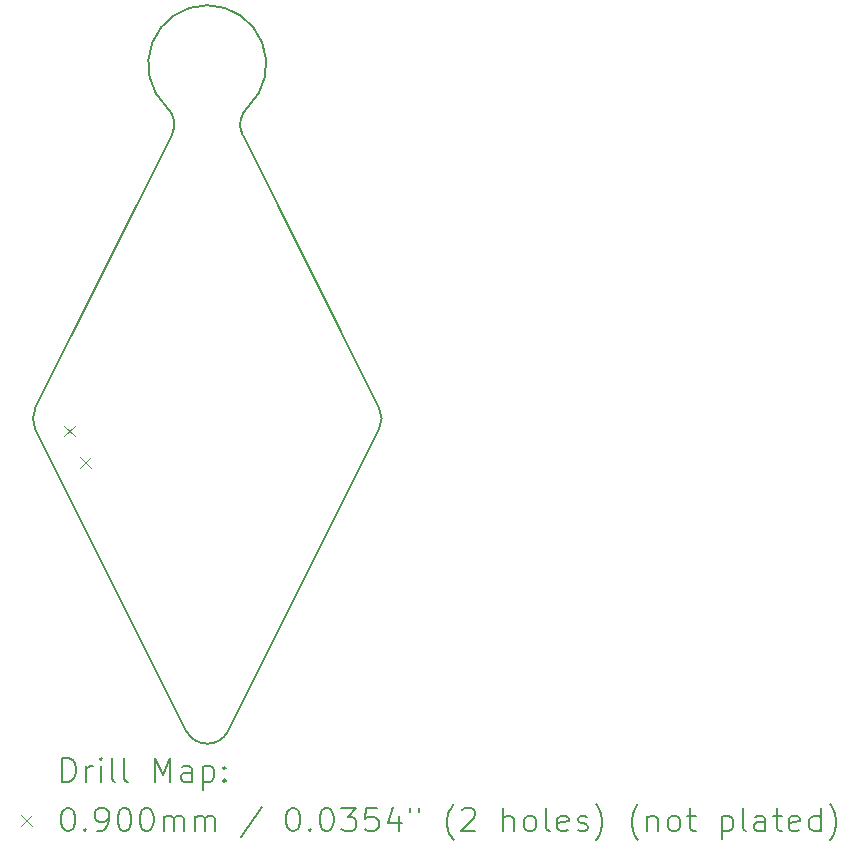
<source format=gbr>
%TF.GenerationSoftware,KiCad,Pcbnew,8.0.3*%
%TF.CreationDate,2024-06-16T19:36:36+02:00*%
%TF.ProjectId,jewelled_lc1,6a657765-6c6c-4656-945f-6c63312e6b69,rev?*%
%TF.SameCoordinates,Original*%
%TF.FileFunction,Drillmap*%
%TF.FilePolarity,Positive*%
%FSLAX45Y45*%
G04 Gerber Fmt 4.5, Leading zero omitted, Abs format (unit mm)*
G04 Created by KiCad (PCBNEW 8.0.3) date 2024-06-16 19:36:36*
%MOMM*%
%LPD*%
G01*
G04 APERTURE LIST*
%ADD10C,0.200000*%
%ADD11C,0.100000*%
G04 APERTURE END LIST*
D10*
X14878885Y-13092229D02*
G75*
G02*
X14521334Y-13092666I-178886J89439D01*
G01*
X16155279Y-10360557D02*
G75*
G02*
X16155279Y-10539443I-178889J-89443D01*
G01*
X13244721Y-10539442D02*
G75*
G02*
X13244721Y-10360557I178889J89442D01*
G01*
X14878885Y-13092229D02*
X16155278Y-10539443D01*
X14357939Y-7814684D02*
G75*
G02*
X14400002Y-8050001I-136829J-145876D01*
G01*
X13244721Y-10539442D02*
X14521333Y-13092667D01*
X14400000Y-8050000D02*
X13244721Y-10360557D01*
X15000000Y-8049999D02*
G75*
G02*
X15042064Y-7814687I178880J89440D01*
G01*
X16155279Y-10360557D02*
X15000000Y-8049999D01*
X14357939Y-7814684D02*
G75*
G02*
X15042061Y-7814684I342061J364684D01*
G01*
D11*
X13487836Y-10510877D02*
X13577836Y-10600877D01*
X13577836Y-10510877D02*
X13487836Y-10600877D01*
X13622164Y-10779123D02*
X13712164Y-10869123D01*
X13712164Y-10779123D02*
X13622164Y-10869123D01*
D10*
X13474384Y-13524272D02*
X13474384Y-13324272D01*
X13474384Y-13324272D02*
X13522003Y-13324272D01*
X13522003Y-13324272D02*
X13550575Y-13333796D01*
X13550575Y-13333796D02*
X13569622Y-13352843D01*
X13569622Y-13352843D02*
X13579146Y-13371891D01*
X13579146Y-13371891D02*
X13588670Y-13409986D01*
X13588670Y-13409986D02*
X13588670Y-13438558D01*
X13588670Y-13438558D02*
X13579146Y-13476653D01*
X13579146Y-13476653D02*
X13569622Y-13495701D01*
X13569622Y-13495701D02*
X13550575Y-13514748D01*
X13550575Y-13514748D02*
X13522003Y-13524272D01*
X13522003Y-13524272D02*
X13474384Y-13524272D01*
X13674384Y-13524272D02*
X13674384Y-13390939D01*
X13674384Y-13429034D02*
X13683908Y-13409986D01*
X13683908Y-13409986D02*
X13693432Y-13400462D01*
X13693432Y-13400462D02*
X13712479Y-13390939D01*
X13712479Y-13390939D02*
X13731527Y-13390939D01*
X13798194Y-13524272D02*
X13798194Y-13390939D01*
X13798194Y-13324272D02*
X13788670Y-13333796D01*
X13788670Y-13333796D02*
X13798194Y-13343320D01*
X13798194Y-13343320D02*
X13807717Y-13333796D01*
X13807717Y-13333796D02*
X13798194Y-13324272D01*
X13798194Y-13324272D02*
X13798194Y-13343320D01*
X13922003Y-13524272D02*
X13902955Y-13514748D01*
X13902955Y-13514748D02*
X13893432Y-13495701D01*
X13893432Y-13495701D02*
X13893432Y-13324272D01*
X14026765Y-13524272D02*
X14007717Y-13514748D01*
X14007717Y-13514748D02*
X13998194Y-13495701D01*
X13998194Y-13495701D02*
X13998194Y-13324272D01*
X14255336Y-13524272D02*
X14255336Y-13324272D01*
X14255336Y-13324272D02*
X14322003Y-13467129D01*
X14322003Y-13467129D02*
X14388670Y-13324272D01*
X14388670Y-13324272D02*
X14388670Y-13524272D01*
X14569622Y-13524272D02*
X14569622Y-13419510D01*
X14569622Y-13419510D02*
X14560098Y-13400462D01*
X14560098Y-13400462D02*
X14541051Y-13390939D01*
X14541051Y-13390939D02*
X14502955Y-13390939D01*
X14502955Y-13390939D02*
X14483908Y-13400462D01*
X14569622Y-13514748D02*
X14550575Y-13524272D01*
X14550575Y-13524272D02*
X14502955Y-13524272D01*
X14502955Y-13524272D02*
X14483908Y-13514748D01*
X14483908Y-13514748D02*
X14474384Y-13495701D01*
X14474384Y-13495701D02*
X14474384Y-13476653D01*
X14474384Y-13476653D02*
X14483908Y-13457605D01*
X14483908Y-13457605D02*
X14502955Y-13448082D01*
X14502955Y-13448082D02*
X14550575Y-13448082D01*
X14550575Y-13448082D02*
X14569622Y-13438558D01*
X14664860Y-13390939D02*
X14664860Y-13590939D01*
X14664860Y-13400462D02*
X14683908Y-13390939D01*
X14683908Y-13390939D02*
X14722003Y-13390939D01*
X14722003Y-13390939D02*
X14741051Y-13400462D01*
X14741051Y-13400462D02*
X14750575Y-13409986D01*
X14750575Y-13409986D02*
X14760098Y-13429034D01*
X14760098Y-13429034D02*
X14760098Y-13486177D01*
X14760098Y-13486177D02*
X14750575Y-13505224D01*
X14750575Y-13505224D02*
X14741051Y-13514748D01*
X14741051Y-13514748D02*
X14722003Y-13524272D01*
X14722003Y-13524272D02*
X14683908Y-13524272D01*
X14683908Y-13524272D02*
X14664860Y-13514748D01*
X14845813Y-13505224D02*
X14855336Y-13514748D01*
X14855336Y-13514748D02*
X14845813Y-13524272D01*
X14845813Y-13524272D02*
X14836289Y-13514748D01*
X14836289Y-13514748D02*
X14845813Y-13505224D01*
X14845813Y-13505224D02*
X14845813Y-13524272D01*
X14845813Y-13400462D02*
X14855336Y-13409986D01*
X14855336Y-13409986D02*
X14845813Y-13419510D01*
X14845813Y-13419510D02*
X14836289Y-13409986D01*
X14836289Y-13409986D02*
X14845813Y-13400462D01*
X14845813Y-13400462D02*
X14845813Y-13419510D01*
D11*
X13123607Y-13807788D02*
X13213607Y-13897788D01*
X13213607Y-13807788D02*
X13123607Y-13897788D01*
D10*
X13512479Y-13744272D02*
X13531527Y-13744272D01*
X13531527Y-13744272D02*
X13550575Y-13753796D01*
X13550575Y-13753796D02*
X13560098Y-13763320D01*
X13560098Y-13763320D02*
X13569622Y-13782367D01*
X13569622Y-13782367D02*
X13579146Y-13820462D01*
X13579146Y-13820462D02*
X13579146Y-13868082D01*
X13579146Y-13868082D02*
X13569622Y-13906177D01*
X13569622Y-13906177D02*
X13560098Y-13925224D01*
X13560098Y-13925224D02*
X13550575Y-13934748D01*
X13550575Y-13934748D02*
X13531527Y-13944272D01*
X13531527Y-13944272D02*
X13512479Y-13944272D01*
X13512479Y-13944272D02*
X13493432Y-13934748D01*
X13493432Y-13934748D02*
X13483908Y-13925224D01*
X13483908Y-13925224D02*
X13474384Y-13906177D01*
X13474384Y-13906177D02*
X13464860Y-13868082D01*
X13464860Y-13868082D02*
X13464860Y-13820462D01*
X13464860Y-13820462D02*
X13474384Y-13782367D01*
X13474384Y-13782367D02*
X13483908Y-13763320D01*
X13483908Y-13763320D02*
X13493432Y-13753796D01*
X13493432Y-13753796D02*
X13512479Y-13744272D01*
X13664860Y-13925224D02*
X13674384Y-13934748D01*
X13674384Y-13934748D02*
X13664860Y-13944272D01*
X13664860Y-13944272D02*
X13655336Y-13934748D01*
X13655336Y-13934748D02*
X13664860Y-13925224D01*
X13664860Y-13925224D02*
X13664860Y-13944272D01*
X13769622Y-13944272D02*
X13807717Y-13944272D01*
X13807717Y-13944272D02*
X13826765Y-13934748D01*
X13826765Y-13934748D02*
X13836289Y-13925224D01*
X13836289Y-13925224D02*
X13855336Y-13896653D01*
X13855336Y-13896653D02*
X13864860Y-13858558D01*
X13864860Y-13858558D02*
X13864860Y-13782367D01*
X13864860Y-13782367D02*
X13855336Y-13763320D01*
X13855336Y-13763320D02*
X13845813Y-13753796D01*
X13845813Y-13753796D02*
X13826765Y-13744272D01*
X13826765Y-13744272D02*
X13788670Y-13744272D01*
X13788670Y-13744272D02*
X13769622Y-13753796D01*
X13769622Y-13753796D02*
X13760098Y-13763320D01*
X13760098Y-13763320D02*
X13750575Y-13782367D01*
X13750575Y-13782367D02*
X13750575Y-13829986D01*
X13750575Y-13829986D02*
X13760098Y-13849034D01*
X13760098Y-13849034D02*
X13769622Y-13858558D01*
X13769622Y-13858558D02*
X13788670Y-13868082D01*
X13788670Y-13868082D02*
X13826765Y-13868082D01*
X13826765Y-13868082D02*
X13845813Y-13858558D01*
X13845813Y-13858558D02*
X13855336Y-13849034D01*
X13855336Y-13849034D02*
X13864860Y-13829986D01*
X13988670Y-13744272D02*
X14007717Y-13744272D01*
X14007717Y-13744272D02*
X14026765Y-13753796D01*
X14026765Y-13753796D02*
X14036289Y-13763320D01*
X14036289Y-13763320D02*
X14045813Y-13782367D01*
X14045813Y-13782367D02*
X14055336Y-13820462D01*
X14055336Y-13820462D02*
X14055336Y-13868082D01*
X14055336Y-13868082D02*
X14045813Y-13906177D01*
X14045813Y-13906177D02*
X14036289Y-13925224D01*
X14036289Y-13925224D02*
X14026765Y-13934748D01*
X14026765Y-13934748D02*
X14007717Y-13944272D01*
X14007717Y-13944272D02*
X13988670Y-13944272D01*
X13988670Y-13944272D02*
X13969622Y-13934748D01*
X13969622Y-13934748D02*
X13960098Y-13925224D01*
X13960098Y-13925224D02*
X13950575Y-13906177D01*
X13950575Y-13906177D02*
X13941051Y-13868082D01*
X13941051Y-13868082D02*
X13941051Y-13820462D01*
X13941051Y-13820462D02*
X13950575Y-13782367D01*
X13950575Y-13782367D02*
X13960098Y-13763320D01*
X13960098Y-13763320D02*
X13969622Y-13753796D01*
X13969622Y-13753796D02*
X13988670Y-13744272D01*
X14179146Y-13744272D02*
X14198194Y-13744272D01*
X14198194Y-13744272D02*
X14217241Y-13753796D01*
X14217241Y-13753796D02*
X14226765Y-13763320D01*
X14226765Y-13763320D02*
X14236289Y-13782367D01*
X14236289Y-13782367D02*
X14245813Y-13820462D01*
X14245813Y-13820462D02*
X14245813Y-13868082D01*
X14245813Y-13868082D02*
X14236289Y-13906177D01*
X14236289Y-13906177D02*
X14226765Y-13925224D01*
X14226765Y-13925224D02*
X14217241Y-13934748D01*
X14217241Y-13934748D02*
X14198194Y-13944272D01*
X14198194Y-13944272D02*
X14179146Y-13944272D01*
X14179146Y-13944272D02*
X14160098Y-13934748D01*
X14160098Y-13934748D02*
X14150575Y-13925224D01*
X14150575Y-13925224D02*
X14141051Y-13906177D01*
X14141051Y-13906177D02*
X14131527Y-13868082D01*
X14131527Y-13868082D02*
X14131527Y-13820462D01*
X14131527Y-13820462D02*
X14141051Y-13782367D01*
X14141051Y-13782367D02*
X14150575Y-13763320D01*
X14150575Y-13763320D02*
X14160098Y-13753796D01*
X14160098Y-13753796D02*
X14179146Y-13744272D01*
X14331527Y-13944272D02*
X14331527Y-13810939D01*
X14331527Y-13829986D02*
X14341051Y-13820462D01*
X14341051Y-13820462D02*
X14360098Y-13810939D01*
X14360098Y-13810939D02*
X14388670Y-13810939D01*
X14388670Y-13810939D02*
X14407717Y-13820462D01*
X14407717Y-13820462D02*
X14417241Y-13839510D01*
X14417241Y-13839510D02*
X14417241Y-13944272D01*
X14417241Y-13839510D02*
X14426765Y-13820462D01*
X14426765Y-13820462D02*
X14445813Y-13810939D01*
X14445813Y-13810939D02*
X14474384Y-13810939D01*
X14474384Y-13810939D02*
X14493432Y-13820462D01*
X14493432Y-13820462D02*
X14502956Y-13839510D01*
X14502956Y-13839510D02*
X14502956Y-13944272D01*
X14598194Y-13944272D02*
X14598194Y-13810939D01*
X14598194Y-13829986D02*
X14607717Y-13820462D01*
X14607717Y-13820462D02*
X14626765Y-13810939D01*
X14626765Y-13810939D02*
X14655337Y-13810939D01*
X14655337Y-13810939D02*
X14674384Y-13820462D01*
X14674384Y-13820462D02*
X14683908Y-13839510D01*
X14683908Y-13839510D02*
X14683908Y-13944272D01*
X14683908Y-13839510D02*
X14693432Y-13820462D01*
X14693432Y-13820462D02*
X14712479Y-13810939D01*
X14712479Y-13810939D02*
X14741051Y-13810939D01*
X14741051Y-13810939D02*
X14760098Y-13820462D01*
X14760098Y-13820462D02*
X14769622Y-13839510D01*
X14769622Y-13839510D02*
X14769622Y-13944272D01*
X15160098Y-13734748D02*
X14988670Y-13991891D01*
X15417241Y-13744272D02*
X15436289Y-13744272D01*
X15436289Y-13744272D02*
X15455337Y-13753796D01*
X15455337Y-13753796D02*
X15464860Y-13763320D01*
X15464860Y-13763320D02*
X15474384Y-13782367D01*
X15474384Y-13782367D02*
X15483908Y-13820462D01*
X15483908Y-13820462D02*
X15483908Y-13868082D01*
X15483908Y-13868082D02*
X15474384Y-13906177D01*
X15474384Y-13906177D02*
X15464860Y-13925224D01*
X15464860Y-13925224D02*
X15455337Y-13934748D01*
X15455337Y-13934748D02*
X15436289Y-13944272D01*
X15436289Y-13944272D02*
X15417241Y-13944272D01*
X15417241Y-13944272D02*
X15398194Y-13934748D01*
X15398194Y-13934748D02*
X15388670Y-13925224D01*
X15388670Y-13925224D02*
X15379146Y-13906177D01*
X15379146Y-13906177D02*
X15369622Y-13868082D01*
X15369622Y-13868082D02*
X15369622Y-13820462D01*
X15369622Y-13820462D02*
X15379146Y-13782367D01*
X15379146Y-13782367D02*
X15388670Y-13763320D01*
X15388670Y-13763320D02*
X15398194Y-13753796D01*
X15398194Y-13753796D02*
X15417241Y-13744272D01*
X15569622Y-13925224D02*
X15579146Y-13934748D01*
X15579146Y-13934748D02*
X15569622Y-13944272D01*
X15569622Y-13944272D02*
X15560099Y-13934748D01*
X15560099Y-13934748D02*
X15569622Y-13925224D01*
X15569622Y-13925224D02*
X15569622Y-13944272D01*
X15702956Y-13744272D02*
X15722003Y-13744272D01*
X15722003Y-13744272D02*
X15741051Y-13753796D01*
X15741051Y-13753796D02*
X15750575Y-13763320D01*
X15750575Y-13763320D02*
X15760099Y-13782367D01*
X15760099Y-13782367D02*
X15769622Y-13820462D01*
X15769622Y-13820462D02*
X15769622Y-13868082D01*
X15769622Y-13868082D02*
X15760099Y-13906177D01*
X15760099Y-13906177D02*
X15750575Y-13925224D01*
X15750575Y-13925224D02*
X15741051Y-13934748D01*
X15741051Y-13934748D02*
X15722003Y-13944272D01*
X15722003Y-13944272D02*
X15702956Y-13944272D01*
X15702956Y-13944272D02*
X15683908Y-13934748D01*
X15683908Y-13934748D02*
X15674384Y-13925224D01*
X15674384Y-13925224D02*
X15664860Y-13906177D01*
X15664860Y-13906177D02*
X15655337Y-13868082D01*
X15655337Y-13868082D02*
X15655337Y-13820462D01*
X15655337Y-13820462D02*
X15664860Y-13782367D01*
X15664860Y-13782367D02*
X15674384Y-13763320D01*
X15674384Y-13763320D02*
X15683908Y-13753796D01*
X15683908Y-13753796D02*
X15702956Y-13744272D01*
X15836289Y-13744272D02*
X15960099Y-13744272D01*
X15960099Y-13744272D02*
X15893432Y-13820462D01*
X15893432Y-13820462D02*
X15922003Y-13820462D01*
X15922003Y-13820462D02*
X15941051Y-13829986D01*
X15941051Y-13829986D02*
X15950575Y-13839510D01*
X15950575Y-13839510D02*
X15960099Y-13858558D01*
X15960099Y-13858558D02*
X15960099Y-13906177D01*
X15960099Y-13906177D02*
X15950575Y-13925224D01*
X15950575Y-13925224D02*
X15941051Y-13934748D01*
X15941051Y-13934748D02*
X15922003Y-13944272D01*
X15922003Y-13944272D02*
X15864860Y-13944272D01*
X15864860Y-13944272D02*
X15845813Y-13934748D01*
X15845813Y-13934748D02*
X15836289Y-13925224D01*
X16141051Y-13744272D02*
X16045813Y-13744272D01*
X16045813Y-13744272D02*
X16036289Y-13839510D01*
X16036289Y-13839510D02*
X16045813Y-13829986D01*
X16045813Y-13829986D02*
X16064860Y-13820462D01*
X16064860Y-13820462D02*
X16112480Y-13820462D01*
X16112480Y-13820462D02*
X16131527Y-13829986D01*
X16131527Y-13829986D02*
X16141051Y-13839510D01*
X16141051Y-13839510D02*
X16150575Y-13858558D01*
X16150575Y-13858558D02*
X16150575Y-13906177D01*
X16150575Y-13906177D02*
X16141051Y-13925224D01*
X16141051Y-13925224D02*
X16131527Y-13934748D01*
X16131527Y-13934748D02*
X16112480Y-13944272D01*
X16112480Y-13944272D02*
X16064860Y-13944272D01*
X16064860Y-13944272D02*
X16045813Y-13934748D01*
X16045813Y-13934748D02*
X16036289Y-13925224D01*
X16322003Y-13810939D02*
X16322003Y-13944272D01*
X16274384Y-13734748D02*
X16226765Y-13877605D01*
X16226765Y-13877605D02*
X16350575Y-13877605D01*
X16417241Y-13744272D02*
X16417241Y-13782367D01*
X16493432Y-13744272D02*
X16493432Y-13782367D01*
X16788670Y-14020462D02*
X16779146Y-14010939D01*
X16779146Y-14010939D02*
X16760099Y-13982367D01*
X16760099Y-13982367D02*
X16750575Y-13963320D01*
X16750575Y-13963320D02*
X16741051Y-13934748D01*
X16741051Y-13934748D02*
X16731527Y-13887129D01*
X16731527Y-13887129D02*
X16731527Y-13849034D01*
X16731527Y-13849034D02*
X16741051Y-13801415D01*
X16741051Y-13801415D02*
X16750575Y-13772843D01*
X16750575Y-13772843D02*
X16760099Y-13753796D01*
X16760099Y-13753796D02*
X16779146Y-13725224D01*
X16779146Y-13725224D02*
X16788670Y-13715701D01*
X16855337Y-13763320D02*
X16864861Y-13753796D01*
X16864861Y-13753796D02*
X16883908Y-13744272D01*
X16883908Y-13744272D02*
X16931527Y-13744272D01*
X16931527Y-13744272D02*
X16950575Y-13753796D01*
X16950575Y-13753796D02*
X16960099Y-13763320D01*
X16960099Y-13763320D02*
X16969623Y-13782367D01*
X16969623Y-13782367D02*
X16969623Y-13801415D01*
X16969623Y-13801415D02*
X16960099Y-13829986D01*
X16960099Y-13829986D02*
X16845813Y-13944272D01*
X16845813Y-13944272D02*
X16969623Y-13944272D01*
X17207718Y-13944272D02*
X17207718Y-13744272D01*
X17293432Y-13944272D02*
X17293432Y-13839510D01*
X17293432Y-13839510D02*
X17283908Y-13820462D01*
X17283908Y-13820462D02*
X17264861Y-13810939D01*
X17264861Y-13810939D02*
X17236289Y-13810939D01*
X17236289Y-13810939D02*
X17217242Y-13820462D01*
X17217242Y-13820462D02*
X17207718Y-13829986D01*
X17417242Y-13944272D02*
X17398194Y-13934748D01*
X17398194Y-13934748D02*
X17388670Y-13925224D01*
X17388670Y-13925224D02*
X17379146Y-13906177D01*
X17379146Y-13906177D02*
X17379146Y-13849034D01*
X17379146Y-13849034D02*
X17388670Y-13829986D01*
X17388670Y-13829986D02*
X17398194Y-13820462D01*
X17398194Y-13820462D02*
X17417242Y-13810939D01*
X17417242Y-13810939D02*
X17445813Y-13810939D01*
X17445813Y-13810939D02*
X17464861Y-13820462D01*
X17464861Y-13820462D02*
X17474385Y-13829986D01*
X17474385Y-13829986D02*
X17483908Y-13849034D01*
X17483908Y-13849034D02*
X17483908Y-13906177D01*
X17483908Y-13906177D02*
X17474385Y-13925224D01*
X17474385Y-13925224D02*
X17464861Y-13934748D01*
X17464861Y-13934748D02*
X17445813Y-13944272D01*
X17445813Y-13944272D02*
X17417242Y-13944272D01*
X17598194Y-13944272D02*
X17579146Y-13934748D01*
X17579146Y-13934748D02*
X17569623Y-13915701D01*
X17569623Y-13915701D02*
X17569623Y-13744272D01*
X17750575Y-13934748D02*
X17731527Y-13944272D01*
X17731527Y-13944272D02*
X17693432Y-13944272D01*
X17693432Y-13944272D02*
X17674385Y-13934748D01*
X17674385Y-13934748D02*
X17664861Y-13915701D01*
X17664861Y-13915701D02*
X17664861Y-13839510D01*
X17664861Y-13839510D02*
X17674385Y-13820462D01*
X17674385Y-13820462D02*
X17693432Y-13810939D01*
X17693432Y-13810939D02*
X17731527Y-13810939D01*
X17731527Y-13810939D02*
X17750575Y-13820462D01*
X17750575Y-13820462D02*
X17760099Y-13839510D01*
X17760099Y-13839510D02*
X17760099Y-13858558D01*
X17760099Y-13858558D02*
X17664861Y-13877605D01*
X17836289Y-13934748D02*
X17855337Y-13944272D01*
X17855337Y-13944272D02*
X17893432Y-13944272D01*
X17893432Y-13944272D02*
X17912480Y-13934748D01*
X17912480Y-13934748D02*
X17922004Y-13915701D01*
X17922004Y-13915701D02*
X17922004Y-13906177D01*
X17922004Y-13906177D02*
X17912480Y-13887129D01*
X17912480Y-13887129D02*
X17893432Y-13877605D01*
X17893432Y-13877605D02*
X17864861Y-13877605D01*
X17864861Y-13877605D02*
X17845813Y-13868082D01*
X17845813Y-13868082D02*
X17836289Y-13849034D01*
X17836289Y-13849034D02*
X17836289Y-13839510D01*
X17836289Y-13839510D02*
X17845813Y-13820462D01*
X17845813Y-13820462D02*
X17864861Y-13810939D01*
X17864861Y-13810939D02*
X17893432Y-13810939D01*
X17893432Y-13810939D02*
X17912480Y-13820462D01*
X17988670Y-14020462D02*
X17998194Y-14010939D01*
X17998194Y-14010939D02*
X18017242Y-13982367D01*
X18017242Y-13982367D02*
X18026766Y-13963320D01*
X18026766Y-13963320D02*
X18036289Y-13934748D01*
X18036289Y-13934748D02*
X18045813Y-13887129D01*
X18045813Y-13887129D02*
X18045813Y-13849034D01*
X18045813Y-13849034D02*
X18036289Y-13801415D01*
X18036289Y-13801415D02*
X18026766Y-13772843D01*
X18026766Y-13772843D02*
X18017242Y-13753796D01*
X18017242Y-13753796D02*
X17998194Y-13725224D01*
X17998194Y-13725224D02*
X17988670Y-13715701D01*
X18350575Y-14020462D02*
X18341051Y-14010939D01*
X18341051Y-14010939D02*
X18322004Y-13982367D01*
X18322004Y-13982367D02*
X18312480Y-13963320D01*
X18312480Y-13963320D02*
X18302956Y-13934748D01*
X18302956Y-13934748D02*
X18293432Y-13887129D01*
X18293432Y-13887129D02*
X18293432Y-13849034D01*
X18293432Y-13849034D02*
X18302956Y-13801415D01*
X18302956Y-13801415D02*
X18312480Y-13772843D01*
X18312480Y-13772843D02*
X18322004Y-13753796D01*
X18322004Y-13753796D02*
X18341051Y-13725224D01*
X18341051Y-13725224D02*
X18350575Y-13715701D01*
X18426766Y-13810939D02*
X18426766Y-13944272D01*
X18426766Y-13829986D02*
X18436289Y-13820462D01*
X18436289Y-13820462D02*
X18455337Y-13810939D01*
X18455337Y-13810939D02*
X18483908Y-13810939D01*
X18483908Y-13810939D02*
X18502956Y-13820462D01*
X18502956Y-13820462D02*
X18512480Y-13839510D01*
X18512480Y-13839510D02*
X18512480Y-13944272D01*
X18636289Y-13944272D02*
X18617242Y-13934748D01*
X18617242Y-13934748D02*
X18607718Y-13925224D01*
X18607718Y-13925224D02*
X18598194Y-13906177D01*
X18598194Y-13906177D02*
X18598194Y-13849034D01*
X18598194Y-13849034D02*
X18607718Y-13829986D01*
X18607718Y-13829986D02*
X18617242Y-13820462D01*
X18617242Y-13820462D02*
X18636289Y-13810939D01*
X18636289Y-13810939D02*
X18664861Y-13810939D01*
X18664861Y-13810939D02*
X18683908Y-13820462D01*
X18683908Y-13820462D02*
X18693432Y-13829986D01*
X18693432Y-13829986D02*
X18702956Y-13849034D01*
X18702956Y-13849034D02*
X18702956Y-13906177D01*
X18702956Y-13906177D02*
X18693432Y-13925224D01*
X18693432Y-13925224D02*
X18683908Y-13934748D01*
X18683908Y-13934748D02*
X18664861Y-13944272D01*
X18664861Y-13944272D02*
X18636289Y-13944272D01*
X18760099Y-13810939D02*
X18836289Y-13810939D01*
X18788670Y-13744272D02*
X18788670Y-13915701D01*
X18788670Y-13915701D02*
X18798194Y-13934748D01*
X18798194Y-13934748D02*
X18817242Y-13944272D01*
X18817242Y-13944272D02*
X18836289Y-13944272D01*
X19055337Y-13810939D02*
X19055337Y-14010939D01*
X19055337Y-13820462D02*
X19074385Y-13810939D01*
X19074385Y-13810939D02*
X19112480Y-13810939D01*
X19112480Y-13810939D02*
X19131528Y-13820462D01*
X19131528Y-13820462D02*
X19141051Y-13829986D01*
X19141051Y-13829986D02*
X19150575Y-13849034D01*
X19150575Y-13849034D02*
X19150575Y-13906177D01*
X19150575Y-13906177D02*
X19141051Y-13925224D01*
X19141051Y-13925224D02*
X19131528Y-13934748D01*
X19131528Y-13934748D02*
X19112480Y-13944272D01*
X19112480Y-13944272D02*
X19074385Y-13944272D01*
X19074385Y-13944272D02*
X19055337Y-13934748D01*
X19264861Y-13944272D02*
X19245813Y-13934748D01*
X19245813Y-13934748D02*
X19236289Y-13915701D01*
X19236289Y-13915701D02*
X19236289Y-13744272D01*
X19426766Y-13944272D02*
X19426766Y-13839510D01*
X19426766Y-13839510D02*
X19417242Y-13820462D01*
X19417242Y-13820462D02*
X19398194Y-13810939D01*
X19398194Y-13810939D02*
X19360099Y-13810939D01*
X19360099Y-13810939D02*
X19341051Y-13820462D01*
X19426766Y-13934748D02*
X19407718Y-13944272D01*
X19407718Y-13944272D02*
X19360099Y-13944272D01*
X19360099Y-13944272D02*
X19341051Y-13934748D01*
X19341051Y-13934748D02*
X19331528Y-13915701D01*
X19331528Y-13915701D02*
X19331528Y-13896653D01*
X19331528Y-13896653D02*
X19341051Y-13877605D01*
X19341051Y-13877605D02*
X19360099Y-13868082D01*
X19360099Y-13868082D02*
X19407718Y-13868082D01*
X19407718Y-13868082D02*
X19426766Y-13858558D01*
X19493432Y-13810939D02*
X19569623Y-13810939D01*
X19522004Y-13744272D02*
X19522004Y-13915701D01*
X19522004Y-13915701D02*
X19531528Y-13934748D01*
X19531528Y-13934748D02*
X19550575Y-13944272D01*
X19550575Y-13944272D02*
X19569623Y-13944272D01*
X19712480Y-13934748D02*
X19693432Y-13944272D01*
X19693432Y-13944272D02*
X19655337Y-13944272D01*
X19655337Y-13944272D02*
X19636289Y-13934748D01*
X19636289Y-13934748D02*
X19626766Y-13915701D01*
X19626766Y-13915701D02*
X19626766Y-13839510D01*
X19626766Y-13839510D02*
X19636289Y-13820462D01*
X19636289Y-13820462D02*
X19655337Y-13810939D01*
X19655337Y-13810939D02*
X19693432Y-13810939D01*
X19693432Y-13810939D02*
X19712480Y-13820462D01*
X19712480Y-13820462D02*
X19722004Y-13839510D01*
X19722004Y-13839510D02*
X19722004Y-13858558D01*
X19722004Y-13858558D02*
X19626766Y-13877605D01*
X19893432Y-13944272D02*
X19893432Y-13744272D01*
X19893432Y-13934748D02*
X19874385Y-13944272D01*
X19874385Y-13944272D02*
X19836289Y-13944272D01*
X19836289Y-13944272D02*
X19817242Y-13934748D01*
X19817242Y-13934748D02*
X19807718Y-13925224D01*
X19807718Y-13925224D02*
X19798194Y-13906177D01*
X19798194Y-13906177D02*
X19798194Y-13849034D01*
X19798194Y-13849034D02*
X19807718Y-13829986D01*
X19807718Y-13829986D02*
X19817242Y-13820462D01*
X19817242Y-13820462D02*
X19836289Y-13810939D01*
X19836289Y-13810939D02*
X19874385Y-13810939D01*
X19874385Y-13810939D02*
X19893432Y-13820462D01*
X19969623Y-14020462D02*
X19979147Y-14010939D01*
X19979147Y-14010939D02*
X19998194Y-13982367D01*
X19998194Y-13982367D02*
X20007718Y-13963320D01*
X20007718Y-13963320D02*
X20017242Y-13934748D01*
X20017242Y-13934748D02*
X20026766Y-13887129D01*
X20026766Y-13887129D02*
X20026766Y-13849034D01*
X20026766Y-13849034D02*
X20017242Y-13801415D01*
X20017242Y-13801415D02*
X20007718Y-13772843D01*
X20007718Y-13772843D02*
X19998194Y-13753796D01*
X19998194Y-13753796D02*
X19979147Y-13725224D01*
X19979147Y-13725224D02*
X19969623Y-13715701D01*
M02*

</source>
